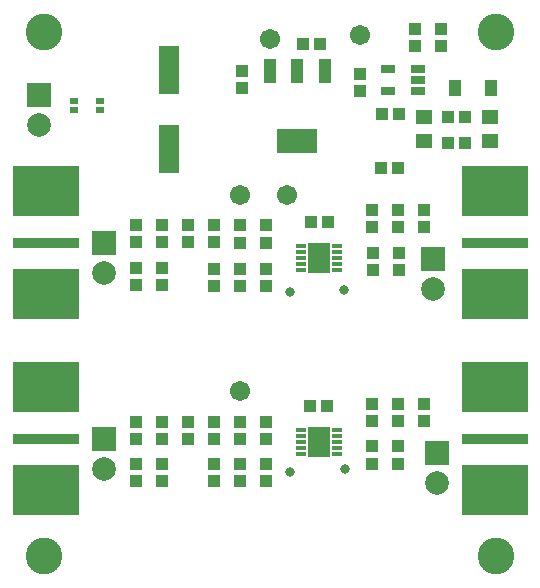
<source format=gts>
G04*
G04 #@! TF.GenerationSoftware,Altium Limited,Altium Designer,22.6.1 (34)*
G04*
G04 Layer_Color=8388736*
%FSAX43Y43*%
%MOMM*%
G71*
G04*
G04 #@! TF.SameCoordinates,DFD1A6D8-6486-425C-A6BB-C63D1257436E*
G04*
G04*
G04 #@! TF.FilePolarity,Negative*
G04*
G01*
G75*
%ADD28R,1.300X0.700*%
%ADD29C,0.800*%
%ADD30R,1.850X2.580*%
%ADD31R,0.900X0.400*%
%ADD32R,1.053X1.403*%
%ADD33R,1.003X1.053*%
%ADD34R,1.453X1.203*%
%ADD35R,1.053X1.003*%
%ADD36R,5.588X4.229*%
%ADD37R,5.588X0.965*%
%ADD38R,1.803X4.153*%
%ADD39R,1.103X2.103*%
%ADD40R,3.403X2.103*%
%ADD41R,0.800X0.600*%
%ADD42C,1.703*%
%ADD43R,2.003X2.003*%
%ADD44C,2.003*%
%ADD45C,3.100*%
D28*
X0034480Y0042160D02*
D03*
Y0043110D02*
D03*
Y0044060D02*
D03*
X0031980D02*
D03*
Y0042160D02*
D03*
D29*
X0028315Y0010222D02*
D03*
X0023700Y0009900D02*
D03*
X0028260Y0025360D02*
D03*
X0023700Y0025200D02*
D03*
D30*
X0026120Y0012475D02*
D03*
X0026110Y0028040D02*
D03*
D31*
X0027620Y0013475D02*
D03*
Y0012975D02*
D03*
Y0012475D02*
D03*
Y0011975D02*
D03*
Y0011475D02*
D03*
X0024620D02*
D03*
Y0011975D02*
D03*
Y0012475D02*
D03*
Y0012975D02*
D03*
Y0013475D02*
D03*
X0027610Y0029040D02*
D03*
Y0028540D02*
D03*
Y0028040D02*
D03*
Y0027540D02*
D03*
Y0027040D02*
D03*
X0024610D02*
D03*
Y0027540D02*
D03*
Y0028040D02*
D03*
Y0028540D02*
D03*
Y0029040D02*
D03*
D32*
X0037675Y0042424D02*
D03*
X0040675D02*
D03*
D33*
X0036480Y0046015D02*
D03*
Y0047465D02*
D03*
X0034270D02*
D03*
Y0046015D02*
D03*
X0035020Y0015700D02*
D03*
Y0014250D02*
D03*
X0032820Y0015700D02*
D03*
Y0014250D02*
D03*
X0030620Y0014275D02*
D03*
Y0015725D02*
D03*
X0012810Y0009140D02*
D03*
Y0010590D02*
D03*
X0010610D02*
D03*
Y0009140D02*
D03*
X0021620Y0012750D02*
D03*
Y0014200D02*
D03*
X0019420Y0014200D02*
D03*
Y0012750D02*
D03*
X0017220Y0014200D02*
D03*
Y0012750D02*
D03*
X0015020D02*
D03*
Y0014200D02*
D03*
X0012810Y0012750D02*
D03*
Y0014200D02*
D03*
X0010610D02*
D03*
Y0012750D02*
D03*
X0035010Y0032115D02*
D03*
Y0030665D02*
D03*
X0032810Y0032115D02*
D03*
Y0030665D02*
D03*
X0030610Y0030640D02*
D03*
Y0032090D02*
D03*
X0019410Y0029365D02*
D03*
Y0030815D02*
D03*
X0012801Y0025778D02*
D03*
Y0027228D02*
D03*
X0010601D02*
D03*
Y0025778D02*
D03*
X0021610Y0030815D02*
D03*
Y0029365D02*
D03*
X0017210Y0029370D02*
D03*
Y0030820D02*
D03*
X0015010D02*
D03*
Y0029370D02*
D03*
X0012803D02*
D03*
Y0030820D02*
D03*
X0010603D02*
D03*
Y0029370D02*
D03*
X0029590Y0043650D02*
D03*
Y0042200D02*
D03*
X0019600Y0043925D02*
D03*
Y0042475D02*
D03*
X0032860Y0028490D02*
D03*
Y0027040D02*
D03*
X0030660Y0027065D02*
D03*
Y0028515D02*
D03*
X0032820Y0012100D02*
D03*
Y0010650D02*
D03*
X0030620D02*
D03*
Y0012100D02*
D03*
X0017220Y0009150D02*
D03*
Y0010600D02*
D03*
X0019420Y0009150D02*
D03*
Y0010600D02*
D03*
X0021620D02*
D03*
Y0009150D02*
D03*
X0021610Y0027140D02*
D03*
Y0025690D02*
D03*
X0019410Y0025665D02*
D03*
Y0027115D02*
D03*
X0017210Y0025665D02*
D03*
Y0027115D02*
D03*
D34*
X0040580Y0039990D02*
D03*
Y0037990D02*
D03*
X0035010D02*
D03*
Y0039990D02*
D03*
D35*
X0031465Y0040240D02*
D03*
X0032915D02*
D03*
X0038525Y0037800D02*
D03*
X0037075D02*
D03*
X0024775Y0046200D02*
D03*
X0026225D02*
D03*
X0037070Y0039990D02*
D03*
X0038520D02*
D03*
X0031375Y0035700D02*
D03*
X0032825D02*
D03*
X0026825Y0015500D02*
D03*
X0025375D02*
D03*
X0026925Y0031100D02*
D03*
X0025475D02*
D03*
D36*
X0041000Y0017093D02*
D03*
Y0008407D02*
D03*
X0041000Y0033693D02*
D03*
Y0025007D02*
D03*
X0003000Y0008407D02*
D03*
Y0017093D02*
D03*
Y0025007D02*
D03*
Y0033693D02*
D03*
D37*
X0041000Y0012750D02*
D03*
X0041000Y0029350D02*
D03*
X0003000Y0012750D02*
D03*
Y0029350D02*
D03*
D38*
X0013400Y0043950D02*
D03*
Y0037250D02*
D03*
D39*
X0026600Y0043875D02*
D03*
X0022000D02*
D03*
X0024300D02*
D03*
D40*
Y0037925D02*
D03*
D41*
X0007600Y0040625D02*
D03*
Y0041375D02*
D03*
X0005400Y0040625D02*
D03*
Y0041375D02*
D03*
D42*
X0019420Y0016795D02*
D03*
X0023400Y0033400D02*
D03*
X0019410Y0033390D02*
D03*
X0029600Y0046900D02*
D03*
X0022000Y0046575D02*
D03*
D43*
X0035780Y0027950D02*
D03*
X0002400Y0041870D02*
D03*
X0007910Y0012750D02*
D03*
X0007900Y0029350D02*
D03*
X0036100Y0011570D02*
D03*
D44*
X0035780Y0025410D02*
D03*
X0002400Y0039330D02*
D03*
X0007910Y0010210D02*
D03*
X0007900Y0026810D02*
D03*
X0036100Y0009030D02*
D03*
D45*
X0041150Y0047150D02*
D03*
Y0002850D02*
D03*
X0002850D02*
D03*
Y0047150D02*
D03*
M02*

</source>
